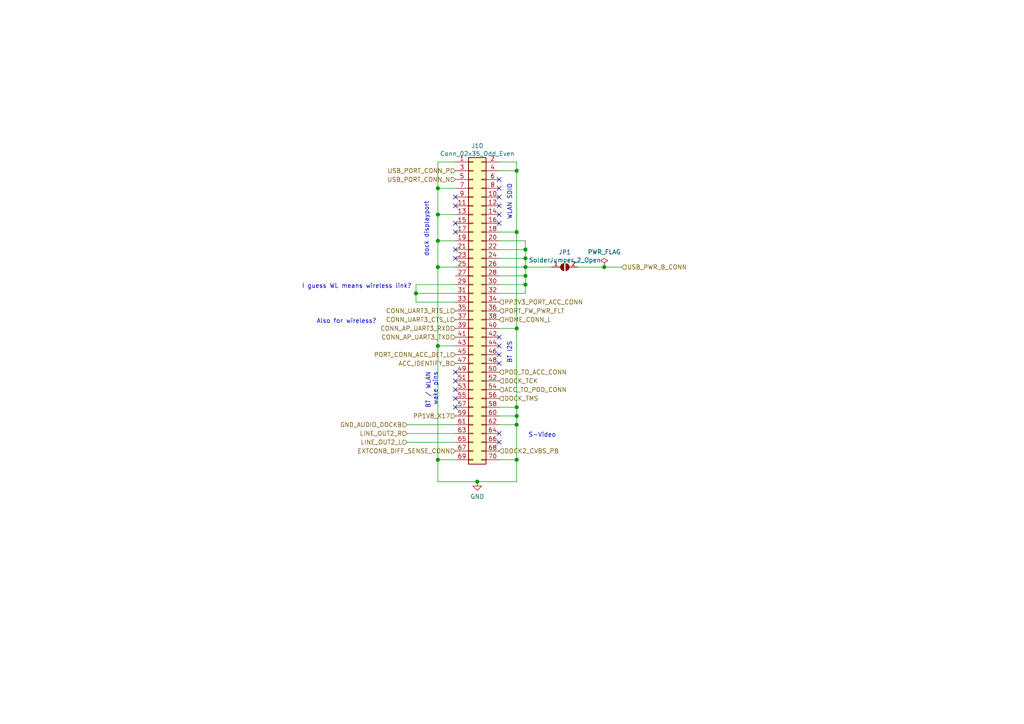
<source format=kicad_sch>
(kicad_sch (version 20210126) (generator eeschema)
  (paper "A4")
  (lib_symbols
    (symbol "Connector_Generic:Conn_02x35_Odd_Even" (pin_names (offset 1.016) hide)
      (property "Reference" "J" (at 1.27 45.72 0))
      (property "Value" "Conn_02x35_Odd_Even" (at 1.27 -45.72 0))
      (symbol "Conn_02x35_Odd_Even_1_1"
        (rectangle (start -1.27 -43.053) (end 0 -43.307) (stroke (width 0.1524)))
        (rectangle (start -1.27 -40.513) (end 0 -40.767) (stroke (width 0.1524)))
        (rectangle (start -1.27 -37.973) (end 0 -38.227) (stroke (width 0.1524)))
        (rectangle (start -1.27 -35.433) (end 0 -35.687) (stroke (width 0.1524)))
        (rectangle (start -1.27 -32.893) (end 0 -33.147) (stroke (width 0.1524)))
        (rectangle (start -1.27 -30.353) (end 0 -30.607) (stroke (width 0.1524)))
        (rectangle (start -1.27 -27.813) (end 0 -28.067) (stroke (width 0.1524)))
        (rectangle (start -1.27 -25.273) (end 0 -25.527) (stroke (width 0.1524)))
        (rectangle (start -1.27 -22.733) (end 0 -22.987) (stroke (width 0.1524)))
        (rectangle (start -1.27 -20.193) (end 0 -20.447) (stroke (width 0.1524)))
        (rectangle (start -1.27 -17.653) (end 0 -17.907) (stroke (width 0.1524)))
        (rectangle (start -1.27 -15.113) (end 0 -15.367) (stroke (width 0.1524)))
        (rectangle (start -1.27 -12.573) (end 0 -12.827) (stroke (width 0.1524)))
        (rectangle (start -1.27 -10.033) (end 0 -10.287) (stroke (width 0.1524)))
        (rectangle (start -1.27 -7.493) (end 0 -7.747) (stroke (width 0.1524)))
        (rectangle (start -1.27 -4.953) (end 0 -5.207) (stroke (width 0.1524)))
        (rectangle (start -1.27 -2.413) (end 0 -2.667) (stroke (width 0.1524)))
        (rectangle (start -1.27 0.127) (end 0 -0.127) (stroke (width 0.1524)))
        (rectangle (start -1.27 2.667) (end 0 2.413) (stroke (width 0.1524)))
        (rectangle (start -1.27 5.207) (end 0 4.953) (stroke (width 0.1524)))
        (rectangle (start -1.27 7.747) (end 0 7.493) (stroke (width 0.1524)))
        (rectangle (start -1.27 10.287) (end 0 10.033) (stroke (width 0.1524)))
        (rectangle (start -1.27 12.827) (end 0 12.573) (stroke (width 0.1524)))
        (rectangle (start -1.27 15.367) (end 0 15.113) (stroke (width 0.1524)))
        (rectangle (start -1.27 17.907) (end 0 17.653) (stroke (width 0.1524)))
        (rectangle (start -1.27 20.447) (end 0 20.193) (stroke (width 0.1524)))
        (rectangle (start -1.27 22.987) (end 0 22.733) (stroke (width 0.1524)))
        (rectangle (start -1.27 25.527) (end 0 25.273) (stroke (width 0.1524)))
        (rectangle (start -1.27 28.067) (end 0 27.813) (stroke (width 0.1524)))
        (rectangle (start -1.27 30.607) (end 0 30.353) (stroke (width 0.1524)))
        (rectangle (start -1.27 33.147) (end 0 32.893) (stroke (width 0.1524)))
        (rectangle (start -1.27 35.687) (end 0 35.433) (stroke (width 0.1524)))
        (rectangle (start -1.27 38.227) (end 0 37.973) (stroke (width 0.1524)))
        (rectangle (start -1.27 40.767) (end 0 40.513) (stroke (width 0.1524)))
        (rectangle (start -1.27 43.307) (end 0 43.053) (stroke (width 0.1524)))
        (rectangle (start 3.81 -43.053) (end 2.54 -43.307) (stroke (width 0.1524)))
        (rectangle (start 3.81 -40.513) (end 2.54 -40.767) (stroke (width 0.1524)))
        (rectangle (start 3.81 -37.973) (end 2.54 -38.227) (stroke (width 0.1524)))
        (rectangle (start 3.81 -35.433) (end 2.54 -35.687) (stroke (width 0.1524)))
        (rectangle (start 3.81 -32.893) (end 2.54 -33.147) (stroke (width 0.1524)))
        (rectangle (start 3.81 -30.353) (end 2.54 -30.607) (stroke (width 0.1524)))
        (rectangle (start 3.81 -27.813) (end 2.54 -28.067) (stroke (width 0.1524)))
        (rectangle (start 3.81 -25.273) (end 2.54 -25.527) (stroke (width 0.1524)))
        (rectangle (start 3.81 -22.733) (end 2.54 -22.987) (stroke (width 0.1524)))
        (rectangle (start 3.81 -20.193) (end 2.54 -20.447) (stroke (width 0.1524)))
        (rectangle (start 3.81 -17.653) (end 2.54 -17.907) (stroke (width 0.1524)))
        (rectangle (start 3.81 -15.113) (end 2.54 -15.367) (stroke (width 0.1524)))
        (rectangle (start 3.81 -12.573) (end 2.54 -12.827) (stroke (width 0.1524)))
        (rectangle (start 3.81 -10.033) (end 2.54 -10.287) (stroke (width 0.1524)))
        (rectangle (start 3.81 -7.493) (end 2.54 -7.747) (stroke (width 0.1524)))
        (rectangle (start 3.81 -4.953) (end 2.54 -5.207) (stroke (width 0.1524)))
        (rectangle (start 3.81 -2.413) (end 2.54 -2.667) (stroke (width 0.1524)))
        (rectangle (start 3.81 0.127) (end 2.54 -0.127) (stroke (width 0.1524)))
        (rectangle (start 3.81 2.667) (end 2.54 2.413) (stroke (width 0.1524)))
        (rectangle (start 3.81 5.207) (end 2.54 4.953) (stroke (width 0.1524)))
        (rectangle (start 3.81 7.747) (end 2.54 7.493) (stroke (width 0.1524)))
        (rectangle (start 3.81 10.287) (end 2.54 10.033) (stroke (width 0.1524)))
        (rectangle (start 3.81 12.827) (end 2.54 12.573) (stroke (width 0.1524)))
        (rectangle (start 3.81 15.367) (end 2.54 15.113) (stroke (width 0.1524)))
        (rectangle (start 3.81 17.907) (end 2.54 17.653) (stroke (width 0.1524)))
        (rectangle (start 3.81 20.447) (end 2.54 20.193) (stroke (width 0.1524)))
        (rectangle (start 3.81 22.987) (end 2.54 22.733) (stroke (width 0.1524)))
        (rectangle (start 3.81 25.527) (end 2.54 25.273) (stroke (width 0.1524)))
        (rectangle (start 3.81 28.067) (end 2.54 27.813) (stroke (width 0.1524)))
        (rectangle (start 3.81 30.607) (end 2.54 30.353) (stroke (width 0.1524)))
        (rectangle (start 3.81 33.147) (end 2.54 32.893) (stroke (width 0.1524)))
        (rectangle (start 3.81 35.687) (end 2.54 35.433) (stroke (width 0.1524)))
        (rectangle (start 3.81 38.227) (end 2.54 37.973) (stroke (width 0.1524)))
        (rectangle (start 3.81 40.767) (end 2.54 40.513) (stroke (width 0.1524)))
        (rectangle (start 3.81 43.307) (end 2.54 43.053) (stroke (width 0.1524)))
        (rectangle (start -1.27 44.45) (end 3.81 -44.45) (stroke (width 0.254)) (fill (type background)))
        (pin passive line (at -5.08 43.18 0) (length 3.81) (name "Pin_1") (number "1"))
        (pin passive line (at 7.62 33.02 180) (length 3.81) (name "Pin_10") (number "10"))
        (pin passive line (at -5.08 30.48 0) (length 3.81) (name "Pin_11") (number "11"))
        (pin passive line (at 7.62 30.48 180) (length 3.81) (name "Pin_12") (number "12"))
        (pin passive line (at -5.08 27.94 0) (length 3.81) (name "Pin_13") (number "13"))
        (pin passive line (at 7.62 27.94 180) (length 3.81) (name "Pin_14") (number "14"))
        (pin passive line (at -5.08 25.4 0) (length 3.81) (name "Pin_15") (number "15"))
        (pin passive line (at 7.62 25.4 180) (length 3.81) (name "Pin_16") (number "16"))
        (pin passive line (at -5.08 22.86 0) (length 3.81) (name "Pin_17") (number "17"))
        (pin passive line (at 7.62 22.86 180) (length 3.81) (name "Pin_18") (number "18"))
        (pin passive line (at -5.08 20.32 0) (length 3.81) (name "Pin_19") (number "19"))
        (pin passive line (at 7.62 43.18 180) (length 3.81) (name "Pin_2") (number "2"))
        (pin passive line (at 7.62 20.32 180) (length 3.81) (name "Pin_20") (number "20"))
        (pin passive line (at -5.08 17.78 0) (length 3.81) (name "Pin_21") (number "21"))
        (pin passive line (at 7.62 17.78 180) (length 3.81) (name "Pin_22") (number "22"))
        (pin passive line (at -5.08 15.24 0) (length 3.81) (name "Pin_23") (number "23"))
        (pin passive line (at 7.62 15.24 180) (length 3.81) (name "Pin_24") (number "24"))
        (pin passive line (at -5.08 12.7 0) (length 3.81) (name "Pin_25") (number "25"))
        (pin passive line (at 7.62 12.7 180) (length 3.81) (name "Pin_26") (number "26"))
        (pin passive line (at -5.08 10.16 0) (length 3.81) (name "Pin_27") (number "27"))
        (pin passive line (at 7.62 10.16 180) (length 3.81) (name "Pin_28") (number "28"))
        (pin passive line (at -5.08 7.62 0) (length 3.81) (name "Pin_29") (number "29"))
        (pin passive line (at -5.08 40.64 0) (length 3.81) (name "Pin_3") (number "3"))
        (pin passive line (at 7.62 7.62 180) (length 3.81) (name "Pin_30") (number "30"))
        (pin passive line (at -5.08 5.08 0) (length 3.81) (name "Pin_31") (number "31"))
        (pin passive line (at 7.62 5.08 180) (length 3.81) (name "Pin_32") (number "32"))
        (pin passive line (at -5.08 2.54 0) (length 3.81) (name "Pin_33") (number "33"))
        (pin passive line (at 7.62 2.54 180) (length 3.81) (name "Pin_34") (number "34"))
        (pin passive line (at -5.08 0 0) (length 3.81) (name "Pin_35") (number "35"))
        (pin passive line (at 7.62 0 180) (length 3.81) (name "Pin_36") (number "36"))
        (pin passive line (at -5.08 -2.54 0) (length 3.81) (name "Pin_37") (number "37"))
        (pin passive line (at 7.62 -2.54 180) (length 3.81) (name "Pin_38") (number "38"))
        (pin passive line (at -5.08 -5.08 0) (length 3.81) (name "Pin_39") (number "39"))
        (pin passive line (at 7.62 40.64 180) (length 3.81) (name "Pin_4") (number "4"))
        (pin passive line (at 7.62 -5.08 180) (length 3.81) (name "Pin_40") (number "40"))
        (pin passive line (at -5.08 -7.62 0) (length 3.81) (name "Pin_41") (number "41"))
        (pin passive line (at 7.62 -7.62 180) (length 3.81) (name "Pin_42") (number "42"))
        (pin passive line (at -5.08 -10.16 0) (length 3.81) (name "Pin_43") (number "43"))
        (pin passive line (at 7.62 -10.16 180) (length 3.81) (name "Pin_44") (number "44"))
        (pin passive line (at -5.08 -12.7 0) (length 3.81) (name "Pin_45") (number "45"))
        (pin passive line (at 7.62 -12.7 180) (length 3.81) (name "Pin_46") (number "46"))
        (pin passive line (at -5.08 -15.24 0) (length 3.81) (name "Pin_47") (number "47"))
        (pin passive line (at 7.62 -15.24 180) (length 3.81) (name "Pin_48") (number "48"))
        (pin passive line (at -5.08 -17.78 0) (length 3.81) (name "Pin_49") (number "49"))
        (pin passive line (at -5.08 38.1 0) (length 3.81) (name "Pin_5") (number "5"))
        (pin passive line (at 7.62 -17.78 180) (length 3.81) (name "Pin_50") (number "50"))
        (pin passive line (at -5.08 -20.32 0) (length 3.81) (name "Pin_51") (number "51"))
        (pin passive line (at 7.62 -20.32 180) (length 3.81) (name "Pin_52") (number "52"))
        (pin passive line (at -5.08 -22.86 0) (length 3.81) (name "Pin_53") (number "53"))
        (pin passive line (at 7.62 -22.86 180) (length 3.81) (name "Pin_54") (number "54"))
        (pin passive line (at -5.08 -25.4 0) (length 3.81) (name "Pin_55") (number "55"))
        (pin passive line (at 7.62 -25.4 180) (length 3.81) (name "Pin_56") (number "56"))
        (pin passive line (at -5.08 -27.94 0) (length 3.81) (name "Pin_57") (number "57"))
        (pin passive line (at 7.62 -27.94 180) (length 3.81) (name "Pin_58") (number "58"))
        (pin passive line (at -5.08 -30.48 0) (length 3.81) (name "Pin_59") (number "59"))
        (pin passive line (at 7.62 38.1 180) (length 3.81) (name "Pin_6") (number "6"))
        (pin passive line (at 7.62 -30.48 180) (length 3.81) (name "Pin_60") (number "60"))
        (pin passive line (at -5.08 -33.02 0) (length 3.81) (name "Pin_61") (number "61"))
        (pin passive line (at 7.62 -33.02 180) (length 3.81) (name "Pin_62") (number "62"))
        (pin passive line (at -5.08 -35.56 0) (length 3.81) (name "Pin_63") (number "63"))
        (pin passive line (at 7.62 -35.56 180) (length 3.81) (name "Pin_64") (number "64"))
        (pin passive line (at -5.08 -38.1 0) (length 3.81) (name "Pin_65") (number "65"))
        (pin passive line (at 7.62 -38.1 180) (length 3.81) (name "Pin_66") (number "66"))
        (pin passive line (at -5.08 -40.64 0) (length 3.81) (name "Pin_67") (number "67"))
        (pin passive line (at 7.62 -40.64 180) (length 3.81) (name "Pin_68") (number "68"))
        (pin passive line (at -5.08 -43.18 0) (length 3.81) (name "Pin_69") (number "69"))
        (pin passive line (at -5.08 35.56 0) (length 3.81) (name "Pin_7") (number "7"))
        (pin passive line (at 7.62 -43.18 180) (length 3.81) (name "Pin_70") (number "70"))
        (pin passive line (at 7.62 35.56 180) (length 3.81) (name "Pin_8") (number "8"))
        (pin passive line (at -5.08 33.02 0) (length 3.81) (name "Pin_9") (number "9"))
      )
    )
    (symbol "Jumper:SolderJumper_2_Open" (pin_names (offset 0) hide)
      (property "Reference" "JP" (at 0 2.032 0))
      (property "Value" "SolderJumper_2_Open" (at 0 -2.54 0))
      (symbol "SolderJumper_2_Open_0_1"
        (arc (start -0.254 1.016) (end -0.254 -1.016) (radius (at -0.254 0) (length 1.016) (angles 90.1 -90.1)))
        (arc (start 0.254 -1.016) (end 0.254 1.016) (radius (at 0.254 0) (length 1.016) (angles -89.9 89.9)))
        (arc (start -0.254 1.016) (end -0.254 -1.016) (radius (at -0.254 0) (length 1.016) (angles 90.1 -90.1)) (fill (type outline)))
        (arc (start 0.254 -1.016) (end 0.254 1.016) (radius (at 0.254 0) (length 1.016) (angles -89.9 89.9)) (fill (type outline)))
        (polyline (pts (xy -0.254 1.016) (xy -0.254 -1.016)))
        (polyline (pts (xy 0.254 1.016) (xy 0.254 -1.016)))
      )
      (symbol "SolderJumper_2_Open_1_1"
        (pin passive line (at -3.81 0 0) (length 2.54) (name "A") (number "1"))
        (pin passive line (at 3.81 0 180) (length 2.54) (name "B") (number "2"))
      )
    )
    (symbol "power:GND" (power) (pin_names (offset 0))
      (property "Value" "GND" (at 0 -3.81 0))
      (symbol "GND_0_1"
        (polyline (pts (xy 0 0) (xy 0 -1.27) (xy 1.27 -1.27) (xy 0 -2.54) (xy -1.27 -1.27) (xy 0 -1.27)))
      )
      (symbol "GND_1_1"
        (pin power_in line (at 0 0 270) (length 0) hide (name "GND") (number "1"))
      )
    )
    (symbol "power:PWR_FLAG" (power) (pin_numbers hide) (pin_names (offset 0) hide)
      (property "Value" "PWR_FLAG" (at 0 3.81 0))
      (symbol "PWR_FLAG_0_0"
        (pin power_out line (at 0 0 90) (length 0) (name "pwr") (number "1"))
      )
      (symbol "PWR_FLAG_0_1"
        (polyline (pts (xy 0 0) (xy 0 1.27) (xy -1.016 1.905) (xy 0 2.54) (xy 1.016 1.905) (xy 0 1.27)))
      )
    )
  )
  (junction (at 120.65 85.09) (diameter 1.016))
  (junction (at 127 54.61) (diameter 1.016))
  (junction (at 127 62.23) (diameter 1.016))
  (junction (at 127 69.85) (diameter 1.016))
  (junction (at 127 77.47) (diameter 1.016))
  (junction (at 127 100.33) (diameter 1.016))
  (junction (at 127 133.35) (diameter 1.016))
  (junction (at 138.43 139.7) (diameter 1.016))
  (junction (at 149.86 49.53) (diameter 1.016))
  (junction (at 149.86 67.31) (diameter 1.016))
  (junction (at 149.86 95.25) (diameter 1.016))
  (junction (at 149.86 118.11) (diameter 1.016))
  (junction (at 149.86 120.65) (diameter 1.016))
  (junction (at 149.86 123.19) (diameter 1.016))
  (junction (at 149.86 133.35) (diameter 1.016))
  (junction (at 152.4 72.39) (diameter 1.016))
  (junction (at 152.4 74.93) (diameter 1.016))
  (junction (at 152.4 77.47) (diameter 1.016))
  (junction (at 152.4 80.01) (diameter 1.016))
  (junction (at 152.4 82.55) (diameter 1.016))
  (junction (at 175.26 77.47) (diameter 1.016))
  (no_connect (at 132.08 57.15))
  (no_connect (at 132.08 59.69))
  (no_connect (at 132.08 64.77))
  (no_connect (at 132.08 67.31))
  (no_connect (at 132.08 72.39))
  (no_connect (at 132.08 74.93))
  (no_connect (at 132.08 107.95))
  (no_connect (at 132.08 110.49))
  (no_connect (at 132.08 113.03))
  (no_connect (at 132.08 115.57))
  (no_connect (at 132.08 118.11))
  (no_connect (at 144.78 52.07))
  (no_connect (at 144.78 54.61))
  (no_connect (at 144.78 57.15))
  (no_connect (at 144.78 59.69))
  (no_connect (at 144.78 62.23))
  (no_connect (at 144.78 64.77))
  (no_connect (at 144.78 97.79))
  (no_connect (at 144.78 100.33))
  (no_connect (at 144.78 102.87))
  (no_connect (at 144.78 105.41))
  (no_connect (at 144.78 125.73))
  (no_connect (at 144.78 128.27))
  (wire (pts (xy 118.11 123.19) (xy 132.08 123.19)))
  (wire (pts (xy 118.11 125.73) (xy 132.08 125.73)))
  (wire (pts (xy 118.11 128.27) (xy 132.08 128.27)))
  (wire (pts (xy 120.65 82.55) (xy 132.08 82.55)))
  (wire (pts (xy 120.65 85.09) (xy 120.65 82.55)))
  (wire (pts (xy 120.65 85.09) (xy 132.08 85.09)))
  (wire (pts (xy 120.65 87.63) (xy 120.65 85.09)))
  (wire (pts (xy 127 46.99) (xy 132.08 46.99)))
  (wire (pts (xy 127 54.61) (xy 127 46.99)))
  (wire (pts (xy 127 54.61) (xy 132.08 54.61)))
  (wire (pts (xy 127 62.23) (xy 127 54.61)))
  (wire (pts (xy 127 62.23) (xy 132.08 62.23)))
  (wire (pts (xy 127 69.85) (xy 127 62.23)))
  (wire (pts (xy 127 69.85) (xy 132.08 69.85)))
  (wire (pts (xy 127 77.47) (xy 127 69.85)))
  (wire (pts (xy 127 77.47) (xy 132.08 77.47)))
  (wire (pts (xy 127 100.33) (xy 127 77.47)))
  (wire (pts (xy 127 100.33) (xy 132.08 100.33)))
  (wire (pts (xy 127 133.35) (xy 127 100.33)))
  (wire (pts (xy 127 133.35) (xy 132.08 133.35)))
  (wire (pts (xy 127 139.7) (xy 127 133.35)))
  (wire (pts (xy 127 139.7) (xy 138.43 139.7)))
  (wire (pts (xy 132.08 87.63) (xy 120.65 87.63)))
  (wire (pts (xy 138.43 139.7) (xy 149.86 139.7)))
  (wire (pts (xy 144.78 46.99) (xy 149.86 46.99)))
  (wire (pts (xy 144.78 49.53) (xy 149.86 49.53)))
  (wire (pts (xy 144.78 67.31) (xy 149.86 67.31)))
  (wire (pts (xy 144.78 69.85) (xy 152.4 69.85)))
  (wire (pts (xy 144.78 72.39) (xy 152.4 72.39)))
  (wire (pts (xy 144.78 74.93) (xy 152.4 74.93)))
  (wire (pts (xy 144.78 77.47) (xy 152.4 77.47)))
  (wire (pts (xy 144.78 80.01) (xy 152.4 80.01)))
  (wire (pts (xy 144.78 82.55) (xy 152.4 82.55)))
  (wire (pts (xy 144.78 95.25) (xy 149.86 95.25)))
  (wire (pts (xy 144.78 118.11) (xy 149.86 118.11)))
  (wire (pts (xy 144.78 120.65) (xy 149.86 120.65)))
  (wire (pts (xy 144.78 123.19) (xy 149.86 123.19)))
  (wire (pts (xy 144.78 133.35) (xy 149.86 133.35)))
  (wire (pts (xy 149.86 46.99) (xy 149.86 49.53)))
  (wire (pts (xy 149.86 49.53) (xy 149.86 67.31)))
  (wire (pts (xy 149.86 67.31) (xy 149.86 95.25)))
  (wire (pts (xy 149.86 95.25) (xy 149.86 118.11)))
  (wire (pts (xy 149.86 118.11) (xy 149.86 120.65)))
  (wire (pts (xy 149.86 120.65) (xy 149.86 123.19)))
  (wire (pts (xy 149.86 123.19) (xy 149.86 133.35)))
  (wire (pts (xy 149.86 133.35) (xy 149.86 139.7)))
  (wire (pts (xy 152.4 69.85) (xy 152.4 72.39)))
  (wire (pts (xy 152.4 72.39) (xy 152.4 74.93)))
  (wire (pts (xy 152.4 74.93) (xy 152.4 77.47)))
  (wire (pts (xy 152.4 77.47) (xy 152.4 80.01)))
  (wire (pts (xy 152.4 77.47) (xy 160.02 77.47)))
  (wire (pts (xy 152.4 80.01) (xy 152.4 82.55)))
  (wire (pts (xy 152.4 82.55) (xy 152.4 85.09)))
  (wire (pts (xy 152.4 85.09) (xy 144.78 85.09)))
  (wire (pts (xy 175.26 77.47) (xy 167.64 77.47)))
  (wire (pts (xy 180.34 77.47) (xy 175.26 77.47)))
  (text "Also for wireless?" (at 109.22 93.98 180) (effects (font (size 1.27 1.27)) (justify right bottom)))
  (text "I guess WL means wireless link?" (at 119.38 83.82 180) (effects (font (size 1.27 1.27)) (justify right bottom)))
  (text "dock displayport" (at 124.46 58.42 270) (effects (font (size 1.27 1.27)) (justify right bottom)))
  (text "BT / WLAN\nwake pins" (at 127 107.95 270) (effects (font (size 1.27 1.27)) (justify right bottom)))
  (text "WLAN SDIO" (at 148.59 53.34 270) (effects (font (size 1.27 1.27)) (justify right bottom)))
  (text "BT I2S" (at 148.59 99.06 270) (effects (font (size 1.27 1.27)) (justify right bottom)))
  (text "S-Video" (at 161.29 127 180) (effects (font (size 1.27 1.27)) (justify right bottom)))
  (hierarchical_label "GND_AUDIO_DOCKB" (shape input) (at 118.11 123.19 180))
  (hierarchical_label "LINE_OUT2_R" (shape input) (at 118.11 125.73 180))
  (hierarchical_label "LINE_OUT2_L" (shape input) (at 118.11 128.27 180))
  (hierarchical_label "USB_PORT_CONN_P" (shape input) (at 132.08 49.53 180))
  (hierarchical_label "USB_PORT_CONN_N" (shape input) (at 132.08 52.07 180))
  (hierarchical_label "CONN_UART3_RTS_L" (shape input) (at 132.08 90.17 180))
  (hierarchical_label "CONN_UART3_CTS_L" (shape input) (at 132.08 92.71 180))
  (hierarchical_label "CONN_AP_UART3_RXD" (shape input) (at 132.08 95.25 180))
  (hierarchical_label "CONN_AP_UART3_TXD" (shape input) (at 132.08 97.79 180))
  (hierarchical_label "PORT_CONN_ACC_DET_L" (shape input) (at 132.08 102.87 180))
  (hierarchical_label "ACC_IDENTIFY_B" (shape input) (at 132.08 105.41 180))
  (hierarchical_label "PP1V8_X17" (shape input) (at 132.08 120.65 180))
  (hierarchical_label "EXTCONB_DIFF_SENSE_CONN" (shape input) (at 132.08 130.81 180))
  (hierarchical_label "PP3V3_PORT_ACC_CONN" (shape input) (at 144.78 87.63 0))
  (hierarchical_label "PORT_FW_PWR_FLT" (shape input) (at 144.78 90.17 0))
  (hierarchical_label "HOME_CONN_L" (shape input) (at 144.78 92.71 0))
  (hierarchical_label "POD_TO_ACC_CONN" (shape input) (at 144.78 107.95 0))
  (hierarchical_label "DOCK_TCK" (shape input) (at 144.78 110.49 0))
  (hierarchical_label "ACC_TO_POD_CONN" (shape input) (at 144.78 113.03 0))
  (hierarchical_label "DOCK_TMS" (shape input) (at 144.78 115.57 0))
  (hierarchical_label "DOCK2_CVBS_PB" (shape input) (at 144.78 130.81 0))
  (hierarchical_label "USB_PWR_B_CONN" (shape input) (at 180.34 77.47 0))
  (symbol (lib_id "power:PWR_FLAG") (at 175.26 77.47 0) (unit 1)
    (property "Reference" "#FLG0102" (effects hide))
    (property "Value" "PWR_FLAG" (at 175.26 73.0758 0))
  )
  (symbol (lib_id "power:GND") (at 138.43 139.7 0) (unit 1)
    (property "Reference" "#PWR037" (effects hide))
    (property "Value" "GND" (at 138.43 144.0244 0))
  )
  (symbol (lib_id "Jumper:SolderJumper_2_Open") (at 163.83 77.47 0) (unit 1)
    (property "Reference" "JP1" (at 163.83 73.1478 0))
    (property "Value" "SolderJumper_2_Open" (at 163.83 75.4465 0))
    (property "Footprint" "Jumper:SolderJumper-2_P1.3mm_Open_RoundedPad1.0x1.5mm" (effects hide))
  )
  (symbol (lib_id "Connector_Generic:Conn_02x35_Odd_Even") (at 137.16 90.17 0) (unit 1)
    (property "Reference" "J10" (at 138.43 42.2868 0))
    (property "Value" "Conn_02x35_Odd_Even" (at 138.43 44.5855 0))
    (property "Footprint" "footprints:Panasonic-AXK770147G-MFG" (effects hide))
  )
)
</source>
